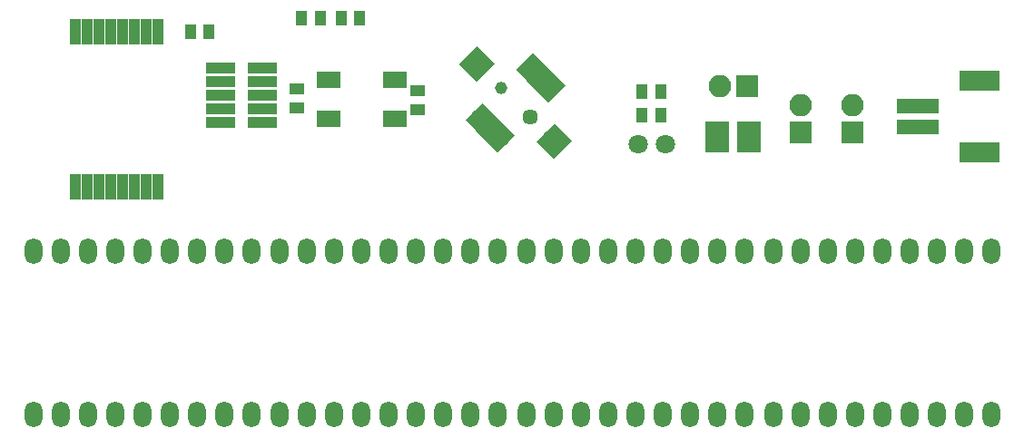
<source format=gts>
G04 #@! TF.GenerationSoftware,KiCad,Pcbnew,5.0.0-rc2-dev-unknown+dfsg1+20180318-3*
G04 #@! TF.CreationDate,2018-05-10T20:41:14-07:00*
G04 #@! TF.ProjectId,DC26Badge,4443323642616467652E6B696361645F,rev?*
G04 #@! TF.SameCoordinates,Original*
G04 #@! TF.FileFunction,Soldermask,Top*
G04 #@! TF.FilePolarity,Negative*
%FSLAX46Y46*%
G04 Gerber Fmt 4.6, Leading zero omitted, Abs format (unit mm)*
G04 Created by KiCad (PCBNEW 5.0.0-rc2-dev-unknown+dfsg1+20180318-3) date Thu May 10 20:41:14 2018*
%MOMM*%
%LPD*%
G01*
G04 APERTURE LIST*
%ADD10R,1.100000X2.400000*%
%ADD11R,2.200000X1.500000*%
%ADD12R,1.070000X1.400000*%
%ADD13R,1.400000X1.070000*%
%ADD14R,3.900000X1.400000*%
%ADD15R,3.800000X1.900000*%
%ADD16R,2.800000X1.140000*%
%ADD17C,1.500000*%
%ADD18C,0.100000*%
%ADD19C,2.300000*%
%ADD20C,1.150000*%
%ADD21C,1.450000*%
%ADD22R,2.100000X2.100000*%
%ADD23O,2.100000X2.100000*%
%ADD24C,1.800000*%
%ADD25O,1.670000X2.400000*%
G04 APERTURE END LIST*
D10*
X101150000Y-26000000D03*
X101150000Y-40500000D03*
X102250000Y-26000000D03*
X102250000Y-40500000D03*
X103350000Y-26000000D03*
X103350000Y-40500000D03*
X104450000Y-26000000D03*
X104450000Y-40500000D03*
X105550000Y-26000000D03*
X105550000Y-40500000D03*
X106650000Y-26000000D03*
X106650000Y-40500000D03*
X107750000Y-26000000D03*
X107750000Y-40500000D03*
X108850000Y-26000000D03*
X108850000Y-40500000D03*
D11*
X131000000Y-34150000D03*
X124800000Y-34150000D03*
X131000000Y-30450000D03*
X124800000Y-30450000D03*
D12*
X154000000Y-33800000D03*
X155750000Y-33800000D03*
X155750000Y-31600000D03*
X154000000Y-31600000D03*
X113650000Y-26000000D03*
X111900000Y-26000000D03*
D13*
X133100000Y-33250000D03*
X133100000Y-31500000D03*
D14*
X179750000Y-34900000D03*
X179750000Y-32900000D03*
D15*
X185500000Y-37250000D03*
X185500000Y-30550000D03*
D16*
X114750000Y-29360000D03*
X118650000Y-29360000D03*
X114750000Y-30630000D03*
X118650000Y-30630000D03*
X114750000Y-31900000D03*
X118650000Y-31900000D03*
X114750000Y-33170000D03*
X118650000Y-33170000D03*
X114750000Y-34440000D03*
X118650000Y-34440000D03*
D11*
X161000000Y-36500000D03*
X164000000Y-36500000D03*
X161000000Y-35100000D03*
X164000000Y-35100000D03*
D17*
X143561181Y-29258920D03*
D18*
G36*
X142235356Y-29524085D02*
X143826346Y-27933095D01*
X144887006Y-28993755D01*
X143296016Y-30584745D01*
X142235356Y-29524085D01*
X142235356Y-29524085D01*
G37*
D17*
X138858920Y-33961181D03*
D18*
G36*
X137533095Y-34226346D02*
X139124085Y-32635356D01*
X140184745Y-33696016D01*
X138593755Y-35287006D01*
X137533095Y-34226346D01*
X137533095Y-34226346D01*
G37*
D17*
X144551130Y-30248870D03*
D18*
G36*
X143225305Y-30514035D02*
X144816295Y-28923045D01*
X145876955Y-29983705D01*
X144285965Y-31574695D01*
X143225305Y-30514035D01*
X143225305Y-30514035D01*
G37*
D17*
X139848870Y-34951130D03*
D18*
G36*
X138523045Y-35216295D02*
X140114035Y-33625305D01*
X141174695Y-34685965D01*
X139583705Y-36276955D01*
X138523045Y-35216295D01*
X138523045Y-35216295D01*
G37*
D17*
X145541080Y-31238819D03*
D18*
G36*
X144215255Y-31503984D02*
X145806245Y-29912994D01*
X146866905Y-30973654D01*
X145275915Y-32564644D01*
X144215255Y-31503984D01*
X144215255Y-31503984D01*
G37*
D17*
X140838819Y-35941080D03*
D18*
G36*
X139512994Y-36206245D02*
X141103984Y-34615255D01*
X142164644Y-35675915D01*
X140573654Y-37266905D01*
X139512994Y-36206245D01*
X139512994Y-36206245D01*
G37*
D19*
X145806245Y-36206245D03*
D18*
G36*
X144144544Y-36241600D02*
X145841600Y-34544544D01*
X147467946Y-36170890D01*
X145770890Y-37867946D01*
X144144544Y-36241600D01*
X144144544Y-36241600D01*
G37*
D19*
X138593755Y-28993755D03*
D18*
G36*
X136932054Y-29029110D02*
X138629110Y-27332054D01*
X140255456Y-28958400D01*
X138558400Y-30655456D01*
X136932054Y-29029110D01*
X136932054Y-29029110D01*
G37*
D20*
X140856497Y-31256497D03*
D21*
X143543503Y-33943503D03*
D12*
X125950000Y-24700000D03*
X127700000Y-24700000D03*
D22*
X168800000Y-35340000D03*
D23*
X168800000Y-32800000D03*
X173600000Y-32800000D03*
D22*
X173600000Y-35340000D03*
X163800000Y-31100000D03*
D23*
X161260000Y-31100000D03*
D12*
X124000000Y-24700000D03*
X122250000Y-24700000D03*
D13*
X121800000Y-33100000D03*
X121800000Y-31350000D03*
D24*
X153660000Y-36500000D03*
X156200000Y-36500000D03*
D25*
X186570000Y-61740000D03*
X186570000Y-46500000D03*
X184030000Y-61740000D03*
X184030000Y-46500000D03*
X181490000Y-61740000D03*
X181490000Y-46500000D03*
X178950000Y-61740000D03*
X178950000Y-46500000D03*
X176410000Y-61740000D03*
X176410000Y-46500000D03*
X173870000Y-61740000D03*
X173870000Y-46500000D03*
X171330000Y-61740000D03*
X171330000Y-46500000D03*
X168790000Y-61740000D03*
X168790000Y-46500000D03*
X166250000Y-61740000D03*
X166250000Y-46500000D03*
X143250000Y-46500000D03*
X143250000Y-61740000D03*
X145790000Y-46500000D03*
X145790000Y-61740000D03*
X148330000Y-46500000D03*
X148330000Y-61740000D03*
X150870000Y-46500000D03*
X150870000Y-61740000D03*
X153410000Y-46500000D03*
X153410000Y-61740000D03*
X155950000Y-46500000D03*
X155950000Y-61740000D03*
X158490000Y-46500000D03*
X158490000Y-61740000D03*
X161030000Y-46500000D03*
X161030000Y-61740000D03*
X163570000Y-46500000D03*
X163570000Y-61740000D03*
X140570000Y-61740000D03*
X140570000Y-46500000D03*
X138030000Y-61740000D03*
X138030000Y-46500000D03*
X135490000Y-61740000D03*
X135490000Y-46500000D03*
X132950000Y-61740000D03*
X132950000Y-46500000D03*
X130410000Y-61740000D03*
X130410000Y-46500000D03*
X127870000Y-61740000D03*
X127870000Y-46500000D03*
X125330000Y-61740000D03*
X125330000Y-46500000D03*
X122790000Y-61740000D03*
X122790000Y-46500000D03*
X120250000Y-61740000D03*
X120250000Y-46500000D03*
X97250000Y-46500000D03*
X97250000Y-61740000D03*
X99790000Y-46500000D03*
X99790000Y-61740000D03*
X102330000Y-46500000D03*
X102330000Y-61740000D03*
X104870000Y-46500000D03*
X104870000Y-61740000D03*
X107410000Y-46500000D03*
X107410000Y-61740000D03*
X109950000Y-46500000D03*
X109950000Y-61740000D03*
X112490000Y-46500000D03*
X112490000Y-61740000D03*
X115030000Y-46500000D03*
X115030000Y-61740000D03*
X117570000Y-46500000D03*
X117570000Y-61740000D03*
M02*

</source>
